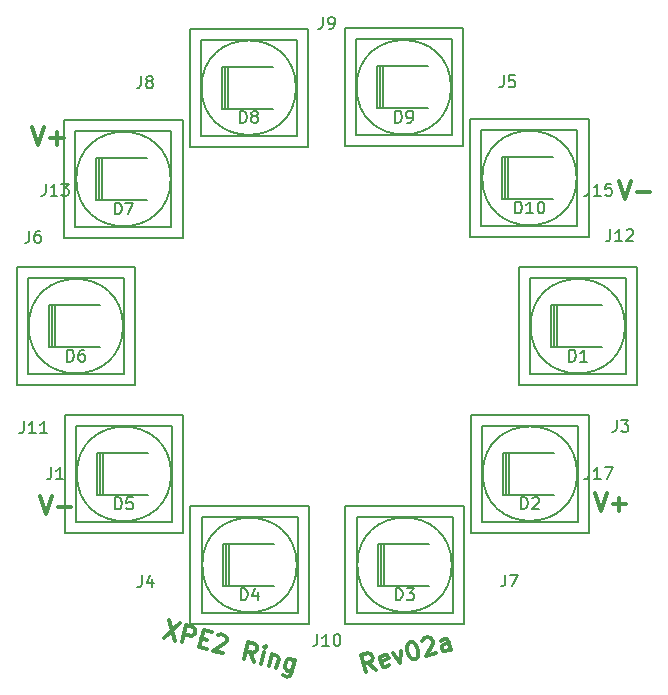
<source format=gbr>
G04 #@! TF.GenerationSoftware,KiCad,Pcbnew,(5.0.0)*
G04 #@! TF.CreationDate,2019-06-16T21:50:45-07:00*
G04 #@! TF.ProjectId,ring_illuminator,72696E675F696C6C756D696E61746F72,rev?*
G04 #@! TF.SameCoordinates,Original*
G04 #@! TF.FileFunction,Legend,Top*
G04 #@! TF.FilePolarity,Positive*
%FSLAX46Y46*%
G04 Gerber Fmt 4.6, Leading zero omitted, Abs format (unit mm)*
G04 Created by KiCad (PCBNEW (5.0.0)) date 06/16/19 21:50:45*
%MOMM*%
%LPD*%
G01*
G04 APERTURE LIST*
%ADD10C,0.300000*%
%ADD11C,0.150000*%
G04 APERTURE END LIST*
D10*
X22701428Y-14164571D02*
X23201428Y-15664571D01*
X23701428Y-14164571D01*
X24201428Y-15093142D02*
X25344285Y-15093142D01*
X24772857Y-15664571D02*
X24772857Y-14521714D01*
X24733428Y12251428D02*
X25233428Y10751428D01*
X25733428Y12251428D01*
X26233428Y11322857D02*
X27376285Y11322857D01*
X4146839Y-29080932D02*
X3479005Y-28520395D01*
X3318902Y-29302777D02*
X2930674Y-27853888D01*
X3482631Y-27705992D01*
X3639108Y-27738012D01*
X3726590Y-27788520D01*
X3832558Y-27908022D01*
X3888020Y-28115006D01*
X3855999Y-28271483D01*
X3805491Y-28358965D01*
X3685989Y-28464933D01*
X3134031Y-28612830D01*
X5301261Y-28697657D02*
X5181759Y-28803626D01*
X4905780Y-28877574D01*
X4749304Y-28845554D01*
X4643335Y-28726051D01*
X4495438Y-28174094D01*
X4527459Y-28017617D01*
X4646961Y-27911649D01*
X4922940Y-27837700D01*
X5079417Y-27869721D01*
X5185385Y-27989223D01*
X5222360Y-28127212D01*
X4569387Y-28450073D01*
X5612887Y-27652829D02*
X6216680Y-28526320D01*
X6302834Y-27467959D01*
X7001361Y-26763151D02*
X7139350Y-26726177D01*
X7295827Y-26758197D01*
X7383309Y-26808705D01*
X7489278Y-26928207D01*
X7632221Y-27185699D01*
X7724656Y-27530673D01*
X7729610Y-27825138D01*
X7697589Y-27981615D01*
X7647081Y-28069097D01*
X7527579Y-28175065D01*
X7389590Y-28212040D01*
X7233113Y-28180019D01*
X7145631Y-28129511D01*
X7039663Y-28010009D01*
X6896720Y-27752517D01*
X6804284Y-27407544D01*
X6799331Y-27113078D01*
X6831351Y-26956602D01*
X6881859Y-26869120D01*
X7001361Y-26763151D01*
X8073256Y-26623834D02*
X8123763Y-26536352D01*
X8243266Y-26430384D01*
X8588239Y-26337948D01*
X8744716Y-26369969D01*
X8832197Y-26420476D01*
X8938166Y-26539979D01*
X8975140Y-26677968D01*
X8961607Y-26903439D01*
X8355515Y-27953221D01*
X9252447Y-27712889D01*
X10494351Y-27380121D02*
X10290993Y-26621180D01*
X10185025Y-26501677D01*
X10028548Y-26469657D01*
X9752569Y-26543605D01*
X9633067Y-26649574D01*
X10475864Y-27311127D02*
X10356362Y-27417095D01*
X10011388Y-27509531D01*
X9854912Y-27477510D01*
X9748943Y-27358008D01*
X9711969Y-27220019D01*
X9743989Y-27063542D01*
X9863492Y-26957573D01*
X10208465Y-26865138D01*
X10327968Y-26759169D01*
X-13400477Y-24914838D02*
X-12822780Y-26622546D01*
X-12434551Y-25173657D02*
X-13788706Y-26363727D01*
X-12270822Y-26770442D02*
X-11882593Y-25321554D01*
X-11330636Y-25469450D01*
X-11211134Y-25575419D01*
X-11160626Y-25662901D01*
X-11128605Y-25819377D01*
X-11184067Y-26026361D01*
X-11290035Y-26145864D01*
X-11377517Y-26196371D01*
X-11533994Y-26228392D01*
X-12085951Y-26080495D01*
X-10618576Y-26399729D02*
X-10135613Y-26529139D01*
X-10131986Y-27343542D02*
X-10821933Y-27158671D01*
X-10433705Y-25709782D01*
X-9743758Y-25894653D01*
X-9228774Y-26180539D02*
X-9141292Y-26130031D01*
X-8984816Y-26098011D01*
X-8639843Y-26190446D01*
X-8520340Y-26296415D01*
X-8469833Y-26383897D01*
X-8437812Y-26540373D01*
X-8474786Y-26678363D01*
X-8599242Y-26866860D01*
X-9649023Y-27472951D01*
X-8752092Y-27713283D01*
X-6199288Y-28397305D02*
X-6497380Y-27577948D01*
X-7027225Y-28175460D02*
X-6638996Y-26726571D01*
X-6087039Y-26874468D01*
X-5967536Y-26980437D01*
X-5917029Y-27067919D01*
X-5885008Y-27224395D01*
X-5940469Y-27431379D01*
X-6046438Y-27550881D01*
X-6133920Y-27601389D01*
X-6290396Y-27633410D01*
X-6842354Y-27485513D01*
X-5578336Y-28563689D02*
X-5319517Y-27597763D01*
X-5190107Y-27114800D02*
X-5277589Y-27165308D01*
X-5227082Y-27252789D01*
X-5139600Y-27202282D01*
X-5190107Y-27114800D01*
X-5227082Y-27252789D01*
X-4629570Y-27782634D02*
X-4888389Y-28748559D01*
X-4666544Y-27920623D02*
X-4579062Y-27870115D01*
X-4422586Y-27838095D01*
X-4215602Y-27893556D01*
X-4096099Y-27999525D01*
X-4064079Y-28156001D01*
X-4267437Y-28914943D01*
X-2697718Y-28300272D02*
X-3011999Y-29473182D01*
X-3117967Y-29592684D01*
X-3205449Y-29643192D01*
X-3361926Y-29675212D01*
X-3568910Y-29619751D01*
X-3688412Y-29513782D01*
X-2938050Y-29197203D02*
X-3094527Y-29229223D01*
X-3370506Y-29155275D01*
X-3490008Y-29049306D01*
X-3540515Y-28961824D01*
X-3572536Y-28805348D01*
X-3461614Y-28391380D01*
X-3355645Y-28271877D01*
X-3268163Y-28221370D01*
X-3111686Y-28189349D01*
X-2835708Y-28263297D01*
X-2716205Y-28369266D01*
X-24288571Y-14418571D02*
X-23788571Y-15918571D01*
X-23288571Y-14418571D01*
X-22788571Y-15347142D02*
X-21645714Y-15347142D01*
X-24923571Y16823428D02*
X-24423571Y15323428D01*
X-23923571Y16823428D01*
X-23423571Y15894857D02*
X-22280714Y15894857D01*
X-22852142Y15323428D02*
X-22852142Y16466285D01*
D11*
G04 #@! TO.C,D4*
X-1547000Y-15216000D02*
X-1547000Y-25216000D01*
X-11547000Y-25216000D02*
X-11547000Y-15216000D01*
X-11547000Y-25216000D02*
X-1547000Y-25216000D01*
X-11547000Y-15216000D02*
X-1547000Y-15216000D01*
X-10611000Y-24280000D02*
X-10611000Y-16152000D01*
X-2483000Y-24280000D02*
X-10611000Y-24280000D01*
X-2483000Y-16152000D02*
X-2483000Y-24280000D01*
X-10611000Y-16152000D02*
X-2483000Y-16152000D01*
X-2547000Y-20216000D02*
G75*
G03X-2547000Y-20216000I-4000000J0D01*
G01*
X-8579000Y-21994000D02*
X-8579000Y-18438000D01*
X-8833000Y-21994000D02*
X-8325000Y-21994000D01*
X-8833000Y-18438000D02*
X-8833000Y-21994000D01*
X-8325000Y-18438000D02*
X-8833000Y-18438000D01*
X-8325000Y-18438000D02*
X-8325000Y-21994000D01*
X-4515000Y-21994000D02*
X-8325000Y-21994000D01*
X-8325000Y-18438000D02*
X-4515000Y-18438000D01*
G04 #@! TO.C,D9*
X11515000Y25227000D02*
X11515000Y15227000D01*
X1515000Y15227000D02*
X1515000Y25227000D01*
X1515000Y15227000D02*
X11515000Y15227000D01*
X1515000Y25227000D02*
X11515000Y25227000D01*
X2451000Y16163000D02*
X2451000Y24291000D01*
X10579000Y16163000D02*
X2451000Y16163000D01*
X10579000Y24291000D02*
X10579000Y16163000D01*
X2451000Y24291000D02*
X10579000Y24291000D01*
X10515000Y20227000D02*
G75*
G03X10515000Y20227000I-4000000J0D01*
G01*
X4483000Y18449000D02*
X4483000Y22005000D01*
X4229000Y18449000D02*
X4737000Y18449000D01*
X4229000Y22005000D02*
X4229000Y18449000D01*
X4737000Y22005000D02*
X4229000Y22005000D01*
X4737000Y22005000D02*
X4737000Y18449000D01*
X8547000Y18449000D02*
X4737000Y18449000D01*
X4737000Y22005000D02*
X8547000Y22005000D01*
G04 #@! TO.C,D8*
X-1612000Y25195000D02*
X-1612000Y15195000D01*
X-11612000Y15195000D02*
X-11612000Y25195000D01*
X-11612000Y15195000D02*
X-1612000Y15195000D01*
X-11612000Y25195000D02*
X-1612000Y25195000D01*
X-10676000Y16131000D02*
X-10676000Y24259000D01*
X-2548000Y16131000D02*
X-10676000Y16131000D01*
X-2548000Y24259000D02*
X-2548000Y16131000D01*
X-10676000Y24259000D02*
X-2548000Y24259000D01*
X-2612000Y20195000D02*
G75*
G03X-2612000Y20195000I-4000000J0D01*
G01*
X-8644000Y18417000D02*
X-8644000Y21973000D01*
X-8898000Y18417000D02*
X-8390000Y18417000D01*
X-8898000Y21973000D02*
X-8898000Y18417000D01*
X-8390000Y21973000D02*
X-8898000Y21973000D01*
X-8390000Y21973000D02*
X-8390000Y18417000D01*
X-4580000Y18417000D02*
X-8390000Y18417000D01*
X-8390000Y21973000D02*
X-4580000Y21973000D01*
G04 #@! TO.C,D3*
X11579000Y-15206000D02*
X11579000Y-25206000D01*
X1579000Y-25206000D02*
X1579000Y-15206000D01*
X1579000Y-25206000D02*
X11579000Y-25206000D01*
X1579000Y-15206000D02*
X11579000Y-15206000D01*
X2515000Y-24270000D02*
X2515000Y-16142000D01*
X10643000Y-24270000D02*
X2515000Y-24270000D01*
X10643000Y-16142000D02*
X10643000Y-24270000D01*
X2515000Y-16142000D02*
X10643000Y-16142000D01*
X10579000Y-20206000D02*
G75*
G03X10579000Y-20206000I-4000000J0D01*
G01*
X4547000Y-21984000D02*
X4547000Y-18428000D01*
X4293000Y-21984000D02*
X4801000Y-21984000D01*
X4293000Y-18428000D02*
X4293000Y-21984000D01*
X4801000Y-18428000D02*
X4293000Y-18428000D01*
X4801000Y-18428000D02*
X4801000Y-21984000D01*
X8611000Y-21984000D02*
X4801000Y-21984000D01*
X4801000Y-18428000D02*
X8611000Y-18428000D01*
G04 #@! TO.C,D2*
X22196000Y-7485000D02*
X22196000Y-17485000D01*
X12196000Y-17485000D02*
X12196000Y-7485000D01*
X12196000Y-17485000D02*
X22196000Y-17485000D01*
X12196000Y-7485000D02*
X22196000Y-7485000D01*
X13132000Y-16549000D02*
X13132000Y-8421000D01*
X21260000Y-16549000D02*
X13132000Y-16549000D01*
X21260000Y-8421000D02*
X21260000Y-16549000D01*
X13132000Y-8421000D02*
X21260000Y-8421000D01*
X21196000Y-12485000D02*
G75*
G03X21196000Y-12485000I-4000000J0D01*
G01*
X15164000Y-14263000D02*
X15164000Y-10707000D01*
X14910000Y-14263000D02*
X15418000Y-14263000D01*
X14910000Y-10707000D02*
X14910000Y-14263000D01*
X15418000Y-10707000D02*
X14910000Y-10707000D01*
X15418000Y-10707000D02*
X15418000Y-14263000D01*
X19228000Y-14263000D02*
X15418000Y-14263000D01*
X15418000Y-10707000D02*
X19228000Y-10707000D01*
G04 #@! TO.C,D1*
X26250000Y5000000D02*
X26250000Y-5000000D01*
X16250000Y-5000000D02*
X16250000Y5000000D01*
X16250000Y-5000000D02*
X26250000Y-5000000D01*
X16250000Y5000000D02*
X26250000Y5000000D01*
X17186000Y-4064000D02*
X17186000Y4064000D01*
X25314000Y-4064000D02*
X17186000Y-4064000D01*
X25314000Y4064000D02*
X25314000Y-4064000D01*
X17186000Y4064000D02*
X25314000Y4064000D01*
X25250000Y0D02*
G75*
G03X25250000Y0I-4000000J0D01*
G01*
X19218000Y-1778000D02*
X19218000Y1778000D01*
X18964000Y-1778000D02*
X19472000Y-1778000D01*
X18964000Y1778000D02*
X18964000Y-1778000D01*
X19472000Y1778000D02*
X18964000Y1778000D01*
X19472000Y1778000D02*
X19472000Y-1778000D01*
X23282000Y-1778000D02*
X19472000Y-1778000D01*
X19472000Y1778000D02*
X23282000Y1778000D01*
G04 #@! TO.C,D5*
X-12176000Y-7512000D02*
X-12176000Y-17512000D01*
X-22176000Y-17512000D02*
X-22176000Y-7512000D01*
X-22176000Y-17512000D02*
X-12176000Y-17512000D01*
X-22176000Y-7512000D02*
X-12176000Y-7512000D01*
X-21240000Y-16576000D02*
X-21240000Y-8448000D01*
X-13112000Y-16576000D02*
X-21240000Y-16576000D01*
X-13112000Y-8448000D02*
X-13112000Y-16576000D01*
X-21240000Y-8448000D02*
X-13112000Y-8448000D01*
X-13176000Y-12512000D02*
G75*
G03X-13176000Y-12512000I-4000000J0D01*
G01*
X-19208000Y-14290000D02*
X-19208000Y-10734000D01*
X-19462000Y-14290000D02*
X-18954000Y-14290000D01*
X-19462000Y-10734000D02*
X-19462000Y-14290000D01*
X-18954000Y-10734000D02*
X-19462000Y-10734000D01*
X-18954000Y-10734000D02*
X-18954000Y-14290000D01*
X-15144000Y-14290000D02*
X-18954000Y-14290000D01*
X-18954000Y-10734000D02*
X-15144000Y-10734000D01*
G04 #@! TO.C,D6*
X-16250000Y5000000D02*
X-16250000Y-5000000D01*
X-26250000Y-5000000D02*
X-26250000Y5000000D01*
X-26250000Y-5000000D02*
X-16250000Y-5000000D01*
X-26250000Y5000000D02*
X-16250000Y5000000D01*
X-25314000Y-4064000D02*
X-25314000Y4064000D01*
X-17186000Y-4064000D02*
X-25314000Y-4064000D01*
X-17186000Y4064000D02*
X-17186000Y-4064000D01*
X-25314000Y4064000D02*
X-17186000Y4064000D01*
X-17250000Y0D02*
G75*
G03X-17250000Y0I-4000000J0D01*
G01*
X-23282000Y-1778000D02*
X-23282000Y1778000D01*
X-23536000Y-1778000D02*
X-23028000Y-1778000D01*
X-23536000Y1778000D02*
X-23536000Y-1778000D01*
X-23028000Y1778000D02*
X-23536000Y1778000D01*
X-23028000Y1778000D02*
X-23028000Y-1778000D01*
X-19218000Y-1778000D02*
X-23028000Y-1778000D01*
X-23028000Y1778000D02*
X-19218000Y1778000D01*
G04 #@! TO.C,D7*
X-12216000Y17458000D02*
X-12216000Y7458000D01*
X-22216000Y7458000D02*
X-22216000Y17458000D01*
X-22216000Y7458000D02*
X-12216000Y7458000D01*
X-22216000Y17458000D02*
X-12216000Y17458000D01*
X-21280000Y8394000D02*
X-21280000Y16522000D01*
X-13152000Y8394000D02*
X-21280000Y8394000D01*
X-13152000Y16522000D02*
X-13152000Y8394000D01*
X-21280000Y16522000D02*
X-13152000Y16522000D01*
X-13216000Y12458000D02*
G75*
G03X-13216000Y12458000I-4000000J0D01*
G01*
X-19248000Y10680000D02*
X-19248000Y14236000D01*
X-19502000Y10680000D02*
X-18994000Y10680000D01*
X-19502000Y14236000D02*
X-19502000Y10680000D01*
X-18994000Y14236000D02*
X-19502000Y14236000D01*
X-18994000Y14236000D02*
X-18994000Y10680000D01*
X-15184000Y10680000D02*
X-18994000Y10680000D01*
X-18994000Y14236000D02*
X-15184000Y14236000D01*
G04 #@! TO.C,D10*
X22156000Y17540000D02*
X22156000Y7540000D01*
X12156000Y7540000D02*
X12156000Y17540000D01*
X12156000Y7540000D02*
X22156000Y7540000D01*
X12156000Y17540000D02*
X22156000Y17540000D01*
X13092000Y8476000D02*
X13092000Y16604000D01*
X21220000Y8476000D02*
X13092000Y8476000D01*
X21220000Y16604000D02*
X21220000Y8476000D01*
X13092000Y16604000D02*
X21220000Y16604000D01*
X21156000Y12540000D02*
G75*
G03X21156000Y12540000I-4000000J0D01*
G01*
X15124000Y10762000D02*
X15124000Y14318000D01*
X14870000Y10762000D02*
X15378000Y10762000D01*
X14870000Y14318000D02*
X14870000Y10762000D01*
X15378000Y14318000D02*
X14870000Y14318000D01*
X15378000Y14318000D02*
X15378000Y10762000D01*
X19188000Y10762000D02*
X15378000Y10762000D01*
X15378000Y14318000D02*
X19188000Y14318000D01*
G04 #@! TO.C,J17*
X22190476Y-11952380D02*
X22190476Y-12666666D01*
X22142857Y-12809523D01*
X22047619Y-12904761D01*
X21904761Y-12952380D01*
X21809523Y-12952380D01*
X23190476Y-12952380D02*
X22619047Y-12952380D01*
X22904761Y-12952380D02*
X22904761Y-11952380D01*
X22809523Y-12095238D01*
X22714285Y-12190476D01*
X22619047Y-12238095D01*
X23523809Y-11952380D02*
X24190476Y-11952380D01*
X23761904Y-12952380D01*
G04 #@! TO.C,J1*
X-23333333Y-11952380D02*
X-23333333Y-12666666D01*
X-23380952Y-12809523D01*
X-23476190Y-12904761D01*
X-23619047Y-12952380D01*
X-23714285Y-12952380D01*
X-22333333Y-12952380D02*
X-22904761Y-12952380D01*
X-22619047Y-12952380D02*
X-22619047Y-11952380D01*
X-22714285Y-12095238D01*
X-22809523Y-12190476D01*
X-22904761Y-12238095D01*
G04 #@! TO.C,D4*
X-7285095Y-23208380D02*
X-7285095Y-22208380D01*
X-7047000Y-22208380D01*
X-6904142Y-22256000D01*
X-6808904Y-22351238D01*
X-6761285Y-22446476D01*
X-6713666Y-22636952D01*
X-6713666Y-22779809D01*
X-6761285Y-22970285D01*
X-6808904Y-23065523D01*
X-6904142Y-23160761D01*
X-7047000Y-23208380D01*
X-7285095Y-23208380D01*
X-5856523Y-22541714D02*
X-5856523Y-23208380D01*
X-6094619Y-22160761D02*
X-6332714Y-22875047D01*
X-5713666Y-22875047D01*
G04 #@! TO.C,D9*
X5776904Y17234619D02*
X5776904Y18234619D01*
X6015000Y18234619D01*
X6157857Y18187000D01*
X6253095Y18091761D01*
X6300714Y17996523D01*
X6348333Y17806047D01*
X6348333Y17663190D01*
X6300714Y17472714D01*
X6253095Y17377476D01*
X6157857Y17282238D01*
X6015000Y17234619D01*
X5776904Y17234619D01*
X6824523Y17234619D02*
X7015000Y17234619D01*
X7110238Y17282238D01*
X7157857Y17329857D01*
X7253095Y17472714D01*
X7300714Y17663190D01*
X7300714Y18044142D01*
X7253095Y18139380D01*
X7205476Y18187000D01*
X7110238Y18234619D01*
X6919761Y18234619D01*
X6824523Y18187000D01*
X6776904Y18139380D01*
X6729285Y18044142D01*
X6729285Y17806047D01*
X6776904Y17710809D01*
X6824523Y17663190D01*
X6919761Y17615571D01*
X7110238Y17615571D01*
X7205476Y17663190D01*
X7253095Y17710809D01*
X7300714Y17806047D01*
G04 #@! TO.C,D8*
X-7350095Y17202619D02*
X-7350095Y18202619D01*
X-7112000Y18202619D01*
X-6969142Y18155000D01*
X-6873904Y18059761D01*
X-6826285Y17964523D01*
X-6778666Y17774047D01*
X-6778666Y17631190D01*
X-6826285Y17440714D01*
X-6873904Y17345476D01*
X-6969142Y17250238D01*
X-7112000Y17202619D01*
X-7350095Y17202619D01*
X-6207238Y17774047D02*
X-6302476Y17821666D01*
X-6350095Y17869285D01*
X-6397714Y17964523D01*
X-6397714Y18012142D01*
X-6350095Y18107380D01*
X-6302476Y18155000D01*
X-6207238Y18202619D01*
X-6016761Y18202619D01*
X-5921523Y18155000D01*
X-5873904Y18107380D01*
X-5826285Y18012142D01*
X-5826285Y17964523D01*
X-5873904Y17869285D01*
X-5921523Y17821666D01*
X-6016761Y17774047D01*
X-6207238Y17774047D01*
X-6302476Y17726428D01*
X-6350095Y17678809D01*
X-6397714Y17583571D01*
X-6397714Y17393095D01*
X-6350095Y17297857D01*
X-6302476Y17250238D01*
X-6207238Y17202619D01*
X-6016761Y17202619D01*
X-5921523Y17250238D01*
X-5873904Y17297857D01*
X-5826285Y17393095D01*
X-5826285Y17583571D01*
X-5873904Y17678809D01*
X-5921523Y17726428D01*
X-6016761Y17774047D01*
G04 #@! TO.C,D3*
X5840904Y-23198380D02*
X5840904Y-22198380D01*
X6079000Y-22198380D01*
X6221857Y-22246000D01*
X6317095Y-22341238D01*
X6364714Y-22436476D01*
X6412333Y-22626952D01*
X6412333Y-22769809D01*
X6364714Y-22960285D01*
X6317095Y-23055523D01*
X6221857Y-23150761D01*
X6079000Y-23198380D01*
X5840904Y-23198380D01*
X6745666Y-22198380D02*
X7364714Y-22198380D01*
X7031380Y-22579333D01*
X7174238Y-22579333D01*
X7269476Y-22626952D01*
X7317095Y-22674571D01*
X7364714Y-22769809D01*
X7364714Y-23007904D01*
X7317095Y-23103142D01*
X7269476Y-23150761D01*
X7174238Y-23198380D01*
X6888523Y-23198380D01*
X6793285Y-23150761D01*
X6745666Y-23103142D01*
G04 #@! TO.C,D2*
X16457904Y-15477380D02*
X16457904Y-14477380D01*
X16696000Y-14477380D01*
X16838857Y-14525000D01*
X16934095Y-14620238D01*
X16981714Y-14715476D01*
X17029333Y-14905952D01*
X17029333Y-15048809D01*
X16981714Y-15239285D01*
X16934095Y-15334523D01*
X16838857Y-15429761D01*
X16696000Y-15477380D01*
X16457904Y-15477380D01*
X17410285Y-14572619D02*
X17457904Y-14525000D01*
X17553142Y-14477380D01*
X17791238Y-14477380D01*
X17886476Y-14525000D01*
X17934095Y-14572619D01*
X17981714Y-14667857D01*
X17981714Y-14763095D01*
X17934095Y-14905952D01*
X17362666Y-15477380D01*
X17981714Y-15477380D01*
G04 #@! TO.C,D1*
X20511904Y-2992380D02*
X20511904Y-1992380D01*
X20750000Y-1992380D01*
X20892857Y-2040000D01*
X20988095Y-2135238D01*
X21035714Y-2230476D01*
X21083333Y-2420952D01*
X21083333Y-2563809D01*
X21035714Y-2754285D01*
X20988095Y-2849523D01*
X20892857Y-2944761D01*
X20750000Y-2992380D01*
X20511904Y-2992380D01*
X22035714Y-2992380D02*
X21464285Y-2992380D01*
X21750000Y-2992380D02*
X21750000Y-1992380D01*
X21654761Y-2135238D01*
X21559523Y-2230476D01*
X21464285Y-2278095D01*
G04 #@! TO.C,D5*
X-17914095Y-15504380D02*
X-17914095Y-14504380D01*
X-17676000Y-14504380D01*
X-17533142Y-14552000D01*
X-17437904Y-14647238D01*
X-17390285Y-14742476D01*
X-17342666Y-14932952D01*
X-17342666Y-15075809D01*
X-17390285Y-15266285D01*
X-17437904Y-15361523D01*
X-17533142Y-15456761D01*
X-17676000Y-15504380D01*
X-17914095Y-15504380D01*
X-16437904Y-14504380D02*
X-16914095Y-14504380D01*
X-16961714Y-14980571D01*
X-16914095Y-14932952D01*
X-16818857Y-14885333D01*
X-16580761Y-14885333D01*
X-16485523Y-14932952D01*
X-16437904Y-14980571D01*
X-16390285Y-15075809D01*
X-16390285Y-15313904D01*
X-16437904Y-15409142D01*
X-16485523Y-15456761D01*
X-16580761Y-15504380D01*
X-16818857Y-15504380D01*
X-16914095Y-15456761D01*
X-16961714Y-15409142D01*
G04 #@! TO.C,D6*
X-21988095Y-2992380D02*
X-21988095Y-1992380D01*
X-21750000Y-1992380D01*
X-21607142Y-2040000D01*
X-21511904Y-2135238D01*
X-21464285Y-2230476D01*
X-21416666Y-2420952D01*
X-21416666Y-2563809D01*
X-21464285Y-2754285D01*
X-21511904Y-2849523D01*
X-21607142Y-2944761D01*
X-21750000Y-2992380D01*
X-21988095Y-2992380D01*
X-20559523Y-1992380D02*
X-20750000Y-1992380D01*
X-20845238Y-2040000D01*
X-20892857Y-2087619D01*
X-20988095Y-2230476D01*
X-21035714Y-2420952D01*
X-21035714Y-2801904D01*
X-20988095Y-2897142D01*
X-20940476Y-2944761D01*
X-20845238Y-2992380D01*
X-20654761Y-2992380D01*
X-20559523Y-2944761D01*
X-20511904Y-2897142D01*
X-20464285Y-2801904D01*
X-20464285Y-2563809D01*
X-20511904Y-2468571D01*
X-20559523Y-2420952D01*
X-20654761Y-2373333D01*
X-20845238Y-2373333D01*
X-20940476Y-2420952D01*
X-20988095Y-2468571D01*
X-21035714Y-2563809D01*
G04 #@! TO.C,D7*
X-17954095Y9465619D02*
X-17954095Y10465619D01*
X-17716000Y10465619D01*
X-17573142Y10418000D01*
X-17477904Y10322761D01*
X-17430285Y10227523D01*
X-17382666Y10037047D01*
X-17382666Y9894190D01*
X-17430285Y9703714D01*
X-17477904Y9608476D01*
X-17573142Y9513238D01*
X-17716000Y9465619D01*
X-17954095Y9465619D01*
X-17049333Y10465619D02*
X-16382666Y10465619D01*
X-16811238Y9465619D01*
G04 #@! TO.C,D10*
X15941714Y9547619D02*
X15941714Y10547619D01*
X16179809Y10547619D01*
X16322666Y10500000D01*
X16417904Y10404761D01*
X16465523Y10309523D01*
X16513142Y10119047D01*
X16513142Y9976190D01*
X16465523Y9785714D01*
X16417904Y9690476D01*
X16322666Y9595238D01*
X16179809Y9547619D01*
X15941714Y9547619D01*
X17465523Y9547619D02*
X16894095Y9547619D01*
X17179809Y9547619D02*
X17179809Y10547619D01*
X17084571Y10404761D01*
X16989333Y10309523D01*
X16894095Y10261904D01*
X18084571Y10547619D02*
X18179809Y10547619D01*
X18275047Y10500000D01*
X18322666Y10452380D01*
X18370285Y10357142D01*
X18417904Y10166666D01*
X18417904Y9928571D01*
X18370285Y9738095D01*
X18322666Y9642857D01*
X18275047Y9595238D01*
X18179809Y9547619D01*
X18084571Y9547619D01*
X17989333Y9595238D01*
X17941714Y9642857D01*
X17894095Y9738095D01*
X17846476Y9928571D01*
X17846476Y10166666D01*
X17894095Y10357142D01*
X17941714Y10452380D01*
X17989333Y10500000D01*
X18084571Y10547619D01*
G04 #@! TO.C,J15*
X22190476Y12047619D02*
X22190476Y11333333D01*
X22142857Y11190476D01*
X22047619Y11095238D01*
X21904761Y11047619D01*
X21809523Y11047619D01*
X23190476Y11047619D02*
X22619047Y11047619D01*
X22904761Y11047619D02*
X22904761Y12047619D01*
X22809523Y11904761D01*
X22714285Y11809523D01*
X22619047Y11761904D01*
X24095238Y12047619D02*
X23619047Y12047619D01*
X23571428Y11571428D01*
X23619047Y11619047D01*
X23714285Y11666666D01*
X23952380Y11666666D01*
X24047619Y11619047D01*
X24095238Y11571428D01*
X24142857Y11476190D01*
X24142857Y11238095D01*
X24095238Y11142857D01*
X24047619Y11095238D01*
X23952380Y11047619D01*
X23714285Y11047619D01*
X23619047Y11095238D01*
X23571428Y11142857D01*
G04 #@! TO.C,J13*
X-23809523Y12047619D02*
X-23809523Y11333333D01*
X-23857142Y11190476D01*
X-23952380Y11095238D01*
X-24095238Y11047619D01*
X-24190476Y11047619D01*
X-22809523Y11047619D02*
X-23380952Y11047619D01*
X-23095238Y11047619D02*
X-23095238Y12047619D01*
X-23190476Y11904761D01*
X-23285714Y11809523D01*
X-23380952Y11761904D01*
X-22476190Y12047619D02*
X-21857142Y12047619D01*
X-22190476Y11666666D01*
X-22047619Y11666666D01*
X-21952380Y11619047D01*
X-21904761Y11571428D01*
X-21857142Y11476190D01*
X-21857142Y11238095D01*
X-21904761Y11142857D01*
X-21952380Y11095238D01*
X-22047619Y11047619D01*
X-22333333Y11047619D01*
X-22428571Y11095238D01*
X-22476190Y11142857D01*
G04 #@! TO.C,J11*
X-25644523Y-8061380D02*
X-25644523Y-8775666D01*
X-25692142Y-8918523D01*
X-25787380Y-9013761D01*
X-25930238Y-9061380D01*
X-26025476Y-9061380D01*
X-24644523Y-9061380D02*
X-25215952Y-9061380D01*
X-24930238Y-9061380D02*
X-24930238Y-8061380D01*
X-25025476Y-8204238D01*
X-25120714Y-8299476D01*
X-25215952Y-8347095D01*
X-23692142Y-9061380D02*
X-24263571Y-9061380D01*
X-23977857Y-9061380D02*
X-23977857Y-8061380D01*
X-24073095Y-8204238D01*
X-24168333Y-8299476D01*
X-24263571Y-8347095D01*
G04 #@! TO.C,J10*
X-809523Y-26077380D02*
X-809523Y-26791666D01*
X-857142Y-26934523D01*
X-952380Y-27029761D01*
X-1095238Y-27077380D01*
X-1190476Y-27077380D01*
X190476Y-27077380D02*
X-380952Y-27077380D01*
X-95238Y-27077380D02*
X-95238Y-26077380D01*
X-190476Y-26220238D01*
X-285714Y-26315476D01*
X-380952Y-26363095D01*
X809523Y-26077380D02*
X904761Y-26077380D01*
X999999Y-26125000D01*
X1047619Y-26172619D01*
X1095238Y-26267857D01*
X1142857Y-26458333D01*
X1142857Y-26696428D01*
X1095238Y-26886904D01*
X1047619Y-26982142D01*
X999999Y-27029761D01*
X904761Y-27077380D01*
X809523Y-27077380D01*
X714285Y-27029761D01*
X666666Y-26982142D01*
X619047Y-26886904D01*
X571428Y-26696428D01*
X571428Y-26458333D01*
X619047Y-26267857D01*
X666666Y-26172619D01*
X714285Y-26125000D01*
X809523Y-26077380D01*
G04 #@! TO.C,J9*
X-333333Y26172619D02*
X-333333Y25458333D01*
X-380952Y25315476D01*
X-476190Y25220238D01*
X-619047Y25172619D01*
X-714285Y25172619D01*
X190476Y25172619D02*
X380952Y25172619D01*
X476190Y25220238D01*
X523809Y25267857D01*
X619047Y25410714D01*
X666666Y25601190D01*
X666666Y25982142D01*
X619047Y26077380D01*
X571428Y26125000D01*
X476190Y26172619D01*
X285714Y26172619D01*
X190476Y26125000D01*
X142857Y26077380D01*
X95238Y25982142D01*
X95238Y25744047D01*
X142857Y25648809D01*
X190476Y25601190D01*
X285714Y25553571D01*
X476190Y25553571D01*
X571428Y25601190D01*
X619047Y25648809D01*
X666666Y25744047D01*
G04 #@! TO.C,J8*
X-15733333Y21151619D02*
X-15733333Y20437333D01*
X-15780952Y20294476D01*
X-15876190Y20199238D01*
X-16019047Y20151619D01*
X-16114285Y20151619D01*
X-15114285Y20723047D02*
X-15209523Y20770666D01*
X-15257142Y20818285D01*
X-15304761Y20913523D01*
X-15304761Y20961142D01*
X-15257142Y21056380D01*
X-15209523Y21104000D01*
X-15114285Y21151619D01*
X-14923809Y21151619D01*
X-14828571Y21104000D01*
X-14780952Y21056380D01*
X-14733333Y20961142D01*
X-14733333Y20913523D01*
X-14780952Y20818285D01*
X-14828571Y20770666D01*
X-14923809Y20723047D01*
X-15114285Y20723047D01*
X-15209523Y20675428D01*
X-15257142Y20627809D01*
X-15304761Y20532571D01*
X-15304761Y20342095D01*
X-15257142Y20246857D01*
X-15209523Y20199238D01*
X-15114285Y20151619D01*
X-14923809Y20151619D01*
X-14828571Y20199238D01*
X-14780952Y20246857D01*
X-14733333Y20342095D01*
X-14733333Y20532571D01*
X-14780952Y20627809D01*
X-14828571Y20675428D01*
X-14923809Y20723047D01*
G04 #@! TO.C,J7*
X15099666Y-21031380D02*
X15099666Y-21745666D01*
X15052047Y-21888523D01*
X14956809Y-21983761D01*
X14813952Y-22031380D01*
X14718714Y-22031380D01*
X15480619Y-21031380D02*
X16147285Y-21031380D01*
X15718714Y-22031380D01*
G04 #@! TO.C,J6*
X-25193833Y8077119D02*
X-25193833Y7362833D01*
X-25241452Y7219976D01*
X-25336690Y7124738D01*
X-25479547Y7077119D01*
X-25574785Y7077119D01*
X-24289071Y8077119D02*
X-24479547Y8077119D01*
X-24574785Y8029500D01*
X-24622404Y7981880D01*
X-24717642Y7839023D01*
X-24765261Y7648547D01*
X-24765261Y7267595D01*
X-24717642Y7172357D01*
X-24670023Y7124738D01*
X-24574785Y7077119D01*
X-24384309Y7077119D01*
X-24289071Y7124738D01*
X-24241452Y7172357D01*
X-24193833Y7267595D01*
X-24193833Y7505690D01*
X-24241452Y7600928D01*
X-24289071Y7648547D01*
X-24384309Y7696166D01*
X-24574785Y7696166D01*
X-24670023Y7648547D01*
X-24717642Y7600928D01*
X-24765261Y7505690D01*
G04 #@! TO.C,J5*
X14965666Y21224619D02*
X14965666Y20510333D01*
X14918047Y20367476D01*
X14822809Y20272238D01*
X14679952Y20224619D01*
X14584714Y20224619D01*
X15918047Y21224619D02*
X15441857Y21224619D01*
X15394238Y20748428D01*
X15441857Y20796047D01*
X15537095Y20843666D01*
X15775190Y20843666D01*
X15870428Y20796047D01*
X15918047Y20748428D01*
X15965666Y20653190D01*
X15965666Y20415095D01*
X15918047Y20319857D01*
X15870428Y20272238D01*
X15775190Y20224619D01*
X15537095Y20224619D01*
X15441857Y20272238D01*
X15394238Y20319857D01*
G04 #@! TO.C,J4*
X-15665333Y-21105380D02*
X-15665333Y-21819666D01*
X-15712952Y-21962523D01*
X-15808190Y-22057761D01*
X-15951047Y-22105380D01*
X-16046285Y-22105380D01*
X-14760571Y-21438714D02*
X-14760571Y-22105380D01*
X-14998666Y-21057761D02*
X-15236761Y-21772047D01*
X-14617714Y-21772047D01*
G04 #@! TO.C,J3*
X24539666Y-7942380D02*
X24539666Y-8656666D01*
X24492047Y-8799523D01*
X24396809Y-8894761D01*
X24253952Y-8942380D01*
X24158714Y-8942380D01*
X24920619Y-7942380D02*
X25539666Y-7942380D01*
X25206333Y-8323333D01*
X25349190Y-8323333D01*
X25444428Y-8370952D01*
X25492047Y-8418571D01*
X25539666Y-8513809D01*
X25539666Y-8751904D01*
X25492047Y-8847142D01*
X25444428Y-8894761D01*
X25349190Y-8942380D01*
X25063476Y-8942380D01*
X24968238Y-8894761D01*
X24920619Y-8847142D01*
G04 #@! TO.C,J12*
X24011476Y8195619D02*
X24011476Y7481333D01*
X23963857Y7338476D01*
X23868619Y7243238D01*
X23725761Y7195619D01*
X23630523Y7195619D01*
X25011476Y7195619D02*
X24440047Y7195619D01*
X24725761Y7195619D02*
X24725761Y8195619D01*
X24630523Y8052761D01*
X24535285Y7957523D01*
X24440047Y7909904D01*
X25392428Y8100380D02*
X25440047Y8148000D01*
X25535285Y8195619D01*
X25773380Y8195619D01*
X25868619Y8148000D01*
X25916238Y8100380D01*
X25963857Y8005142D01*
X25963857Y7909904D01*
X25916238Y7767047D01*
X25344809Y7195619D01*
X25963857Y7195619D01*
G04 #@! TD*
M02*

</source>
